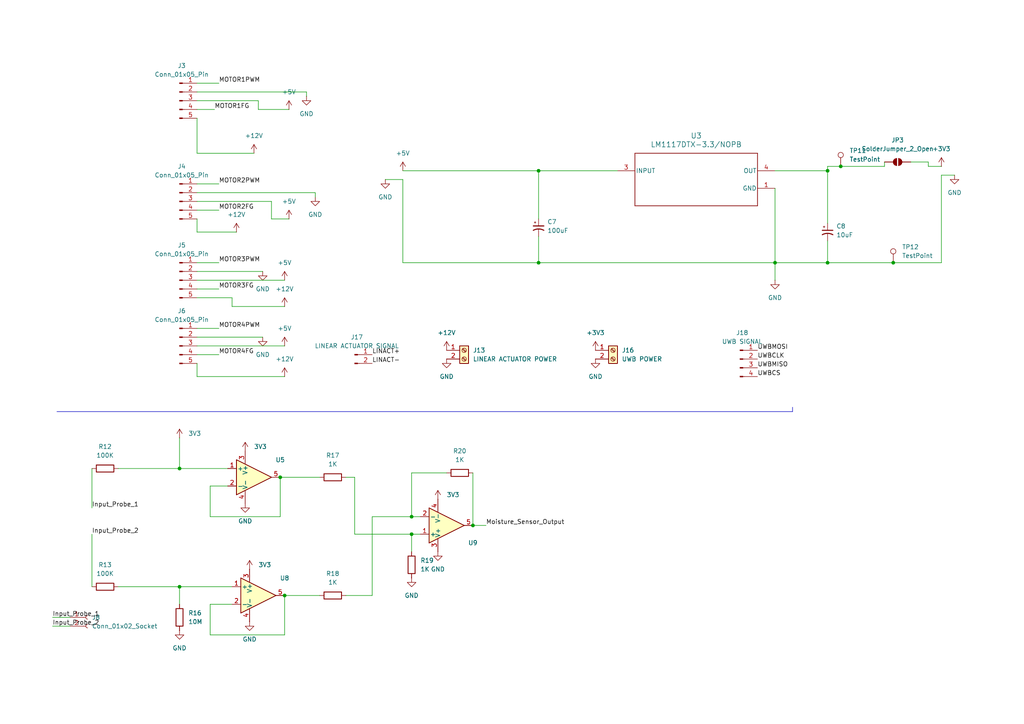
<source format=kicad_sch>
(kicad_sch (version 20231120) (generator "eeschema") (generator_version "8.0")
  (paper "A4")
  (lib_symbols
    (symbol "Connector:Conn_01x02_Pin" (pin_names (offset 1.016) hide)
      (property "Reference" "J" (at 0 2.54 0))
      (property "Value" "Conn_01x02_Pin" (at 0 -5.08 0))
      (symbol "Conn_01x02_Pin_1_1"
        (polyline (pts (xy 1.27 -2.54) (xy 0.8636 -2.54)) (stroke (width 0.1524)))
        (polyline (pts (xy 1.27 0) (xy 0.8636 0)) (stroke (width 0.1524)))
        (rectangle (start 0.8636 -2.413) (end 0 -2.667) (stroke (width 0.1524)) (fill (type outline)))
        (rectangle (start 0.8636 0.127) (end 0 -0.127) (stroke (width 0.1524)) (fill (type outline)))
        (pin passive line (at 5.08 0 180) (length 3.81) (name "Pin_1") (number "1"))
        (pin passive line (at 5.08 -2.54 180) (length 3.81) (name "Pin_2") (number "2"))
      )
    )
    (symbol "Connector:Conn_01x02_Socket" (pin_names (offset 1.016) hide)
      (property "Reference" "J" (at 0 2.54 0))
      (property "Value" "Conn_01x02_Socket" (at 0 -5.08 0))
      (symbol "Conn_01x02_Socket_1_1"
        (arc (start 0 -2.032) (mid -0.5058 -2.54) (end 0 -3.048) (stroke (width 0.1524)))
        (polyline (pts (xy -1.27 -2.54) (xy -0.508 -2.54)) (stroke (width 0.1524)))
        (polyline (pts (xy -1.27 0) (xy -0.508 0)) (stroke (width 0.1524)))
        (arc (start 0 0.508) (mid -0.5058 0) (end 0 -0.508) (stroke (width 0.1524)))
        (pin passive line (at -5.08 0 0) (length 3.81) (name "Pin_1") (number "1"))
        (pin passive line (at -5.08 -2.54 0) (length 3.81) (name "Pin_2") (number "2"))
      )
    )
    (symbol "Connector:Conn_01x04_Pin" (pin_names (offset 1.016) hide)
      (property "Reference" "J" (at 0 5.08 0))
      (property "Value" "Conn_01x04_Pin" (at 0 -7.62 0))
      (symbol "Conn_01x04_Pin_1_1"
        (polyline (pts (xy 1.27 -5.08) (xy 0.8636 -5.08)) (stroke (width 0.1524)))
        (polyline (pts (xy 1.27 -2.54) (xy 0.8636 -2.54)) (stroke (width 0.1524)))
        (polyline (pts (xy 1.27 0) (xy 0.8636 0)) (stroke (width 0.1524)))
        (polyline (pts (xy 1.27 2.54) (xy 0.8636 2.54)) (stroke (width 0.1524)))
        (rectangle (start 0.8636 -4.953) (end 0 -5.207) (stroke (width 0.1524)) (fill (type outline)))
        (rectangle (start 0.8636 -2.413) (end 0 -2.667) (stroke (width 0.1524)) (fill (type outline)))
        (rectangle (start 0.8636 0.127) (end 0 -0.127) (stroke (width 0.1524)) (fill (type outline)))
        (rectangle (start 0.8636 2.667) (end 0 2.413) (stroke (width 0.1524)) (fill (type outline)))
        (pin passive line (at 5.08 2.54 180) (length 3.81) (name "Pin_1") (number "1"))
        (pin passive line (at 5.08 0 180) (length 3.81) (name "Pin_2") (number "2"))
        (pin passive line (at 5.08 -2.54 180) (length 3.81) (name "Pin_3") (number "3"))
        (pin passive line (at 5.08 -5.08 180) (length 3.81) (name "Pin_4") (number "4"))
      )
    )
    (symbol "Connector:Conn_01x05_Pin" (pin_names (offset 1.016) hide)
      (property "Reference" "J" (at 0 7.62 0))
      (property "Value" "Conn_01x05_Pin" (at 0 -7.62 0))
      (symbol "Conn_01x05_Pin_1_1"
        (polyline (pts (xy 1.27 -5.08) (xy 0.8636 -5.08)) (stroke (width 0.1524)))
        (polyline (pts (xy 1.27 -2.54) (xy 0.8636 -2.54)) (stroke (width 0.1524)))
        (polyline (pts (xy 1.27 0) (xy 0.8636 0)) (stroke (width 0.1524)))
        (polyline (pts (xy 1.27 2.54) (xy 0.8636 2.54)) (stroke (width 0.1524)))
        (polyline (pts (xy 1.27 5.08) (xy 0.8636 5.08)) (stroke (width 0.1524)))
        (rectangle (start 0.8636 -4.953) (end 0 -5.207) (stroke (width 0.1524)) (fill (type outline)))
        (rectangle (start 0.8636 -2.413) (end 0 -2.667) (stroke (width 0.1524)) (fill (type outline)))
        (rectangle (start 0.8636 0.127) (end 0 -0.127) (stroke (width 0.1524)) (fill (type outline)))
        (rectangle (start 0.8636 2.667) (end 0 2.413) (stroke (width 0.1524)) (fill (type outline)))
        (rectangle (start 0.8636 5.207) (end 0 4.953) (stroke (width 0.1524)) (fill (type outline)))
        (pin passive line (at 5.08 5.08 180) (length 3.81) (name "Pin_1") (number "1"))
        (pin passive line (at 5.08 2.54 180) (length 3.81) (name "Pin_2") (number "2"))
        (pin passive line (at 5.08 0 180) (length 3.81) (name "Pin_3") (number "3"))
        (pin passive line (at 5.08 -2.54 180) (length 3.81) (name "Pin_4") (number "4"))
        (pin passive line (at 5.08 -5.08 180) (length 3.81) (name "Pin_5") (number "5"))
      )
    )
    (symbol "Connector:Screw_Terminal_01x02" (pin_names (offset 1.016) hide)
      (property "Reference" "J" (at 0 2.54 0))
      (property "Value" "Screw_Terminal_01x02" (at 0 -5.08 0))
      (symbol "Screw_Terminal_01x02_1_1"
        (rectangle (start -1.27 1.27) (end 1.27 -3.81) (stroke (width 0.254)) (fill (type background)))
        (circle (center 0 -2.54) (radius 0.635) (stroke (width 0.1524)))
        (polyline (pts (xy -0.5334 -2.2098) (xy 0.3302 -3.048)) (stroke (width 0.1524)))
        (polyline (pts (xy -0.5334 0.3302) (xy 0.3302 -0.508)) (stroke (width 0.1524)))
        (polyline (pts (xy -0.3556 -2.032) (xy 0.508 -2.8702)) (stroke (width 0.1524)))
        (polyline (pts (xy -0.3556 0.508) (xy 0.508 -0.3302)) (stroke (width 0.1524)))
        (circle (center 0 0) (radius 0.635) (stroke (width 0.1524)))
        (pin passive line (at -5.08 0 0) (length 3.81) (name "Pin_1") (number "1"))
        (pin passive line (at -5.08 -2.54 0) (length 3.81) (name "Pin_2") (number "2"))
      )
    )
    (symbol "Connector:TestPoint" (pin_numbers hide) (pin_names (offset 0.762) hide)
      (property "Reference" "TP" (at 0 6.858 0))
      (property "Value" "TestPoint" (at 0 5.08 0))
      (symbol "TestPoint_0_1"
        (circle (center 0 3.302) (radius 0.762))
      )
      (symbol "TestPoint_1_1"
        (pin passive line (at 0 0 90) (length 2.54) (name "1") (number "1"))
      )
    )
    (symbol "Device:C_Polarized_Small_US" (pin_numbers hide) (pin_names (offset 0.254) hide)
      (property "Reference" "C" (at 0.254 1.778 0))
      (property "Value" "C_Polarized_Small_US" (at 0.254 -2.032 0))
      (symbol "C_Polarized_Small_US_0_1"
        (polyline (pts (xy -1.524 0.508) (xy 1.524 0.508)) (stroke (width 0.3048)))
        (polyline (pts (xy -1.27 1.524) (xy -0.762 1.524)))
        (polyline (pts (xy -1.016 1.27) (xy -1.016 1.778)))
        (arc (start 1.524 -0.762) (mid 0 -0.3734) (end -1.524 -0.762) (stroke (width 0.3048)))
      )
      (symbol "C_Polarized_Small_US_1_1"
        (pin passive line (at 0 2.54 270) (length 2.032) (name "~") (number "1"))
        (pin passive line (at 0 -2.54 90) (length 2.032) (name "~") (number "2"))
      )
    )
    (symbol "Device:R" (pin_numbers hide) (pin_names (offset 0))
      (property "Reference" "R" (at 2.032 0 90))
      (property "Value" "R" (at 0 0 90))
      (symbol "R_0_1"
        (rectangle (start -1.016 -2.54) (end 1.016 2.54) (stroke (width 0.254)))
      )
      (symbol "R_1_1"
        (pin passive line (at 0 3.81 270) (length 1.27) (name "~") (number "1"))
        (pin passive line (at 0 -3.81 90) (length 1.27) (name "~") (number "2"))
      )
    )
    (symbol "Jumper:SolderJumper_2_Open" (pin_numbers hide) (pin_names (offset 0) hide) (exclude_from_sim yes) (in_bom no)
      (property "Reference" "JP" (at 0 2.032 0))
      (property "Value" "SolderJumper_2_Open" (at 0 -2.54 0))
      (symbol "SolderJumper_2_Open_0_1"
        (arc (start -0.254 1.016) (mid -1.2656 0) (end -0.254 -1.016))
        (arc (start -0.254 1.016) (mid -1.2656 0) (end -0.254 -1.016) (fill (type outline)))
        (polyline (pts (xy -0.254 1.016) (xy -0.254 -1.016)))
        (polyline (pts (xy 0.254 1.016) (xy 0.254 -1.016)))
        (arc (start 0.254 -1.016) (mid 1.2656 0) (end 0.254 1.016))
        (arc (start 0.254 -1.016) (mid 1.2656 0) (end 0.254 1.016) (fill (type outline)))
      )
      (symbol "SolderJumper_2_Open_1_1"
        (pin passive line (at -3.81 0 0) (length 2.54) (name "A") (number "1"))
        (pin passive line (at 3.81 0 180) (length 2.54) (name "B") (number "2"))
      )
    )
    (symbol "LM1117:LM1117DTX-3.3_NOPB" (pin_names (offset 0.254))
      (property "Reference" "U" (at 0 2.54 0))
      (property "Value" "LM1117DTX-3.3/NOPB" (at 0 0 0))
      (symbol "LM1117DTX-3.3_NOPB_0_1"
        (polyline (pts (xy -17.78 -7.62) (xy 17.78 -7.62)) (stroke (width 0.2032)))
        (polyline (pts (xy -17.78 7.62) (xy -17.78 -7.62)) (stroke (width 0.2032)))
        (polyline (pts (xy 17.78 -7.62) (xy 17.78 7.62)) (stroke (width 0.2032)))
        (polyline (pts (xy 17.78 7.62) (xy -17.78 7.62)) (stroke (width 0.2032)))
        (pin power_in line (at 22.86 -2.54 180) (length 5.08) (name "GND") (number "1"))
        (pin power_in line (at -22.86 2.54 0) (length 5.08) (name "INPUT") (number "3"))
        (pin power_in line (at 22.86 2.54 180) (length 5.08) (name "OUT") (number "4"))
      )
    )
    (symbol "Simulation_SPICE:OPAMP" (pin_names (offset 0.254))
      (property "Reference" "U" (at 3.81 3.175 0))
      (property "Value" "${SIM.PARAMS}" (at 3.81 -3.175 0))
      (symbol "OPAMP_0_1"
        (polyline (pts (xy 5.08 0) (xy -5.08 5.08) (xy -5.08 -5.08) (xy 5.08 0)) (stroke (width 0.254)) (fill (type background)))
      )
      (symbol "OPAMP_1_1"
        (pin input line (at -7.62 2.54 0) (length 2.54) (name "+") (number "1"))
        (pin input line (at -7.62 -2.54 0) (length 2.54) (name "-") (number "2"))
        (pin power_in line (at -2.54 7.62 270) (length 3.81) (name "V+") (number "3"))
        (pin power_in line (at -2.54 -7.62 90) (length 3.81) (name "V-") (number "4"))
        (pin output line (at 7.62 0 180) (length 2.54) (name "~") (number "5"))
      )
    )
    (symbol "power:+12V" (power) (pin_numbers hide) (pin_names (offset 0) hide)
      (property "Value" "+12V" (at 0 3.556 0))
      (symbol "+12V_0_1"
        (polyline (pts (xy -0.762 1.27) (xy 0 2.54)))
        (polyline (pts (xy 0 0) (xy 0 2.54)))
        (polyline (pts (xy 0 2.54) (xy 0.762 1.27)))
      )
      (symbol "+12V_1_1"
        (pin power_in line (at 0 0 90) (length 0) (name "~") (number "1"))
      )
    )
    (symbol "power:+3V3" (power) (pin_numbers hide) (pin_names (offset 0) hide)
      (property "Value" "+3V3" (at 0 3.556 0))
      (symbol "+3V3_0_1"
        (polyline (pts (xy -0.762 1.27) (xy 0 2.54)))
        (polyline (pts (xy 0 0) (xy 0 2.54)))
        (polyline (pts (xy 0 2.54) (xy 0.762 1.27)))
      )
      (symbol "+3V3_1_1"
        (pin power_in line (at 0 0 90) (length 0) (name "~") (number "1"))
      )
    )
    (symbol "power:+5V" (power) (pin_numbers hide) (pin_names (offset 0) hide)
      (property "Value" "+5V" (at 0 3.556 0))
      (symbol "+5V_0_1"
        (polyline (pts (xy -0.762 1.27) (xy 0 2.54)))
        (polyline (pts (xy 0 0) (xy 0 2.54)))
        (polyline (pts (xy 0 2.54) (xy 0.762 1.27)))
      )
      (symbol "+5V_1_1"
        (pin power_in line (at 0 0 90) (length 0) (name "~") (number "1"))
      )
    )
    (symbol "power:GND" (power) (pin_numbers hide) (pin_names (offset 0) hide)
      (property "Value" "GND" (at 0 -3.81 0))
      (symbol "GND_0_1"
        (polyline (pts (xy 0 0) (xy 0 -1.27) (xy 1.27 -1.27) (xy 0 -2.54) (xy -1.27 -1.27) (xy 0 -1.27)))
      )
      (symbol "GND_1_1"
        (pin power_in line (at 0 0 270) (length 0) (name "~") (number "1"))
      )
    )
    (symbol "power:VCC" (power) (pin_numbers hide) (pin_names (offset 0) hide)
      (property "Value" "VCC" (at 0 3.556 0))
      (symbol "VCC_0_1"
        (polyline (pts (xy -0.762 1.27) (xy 0 2.54)))
        (polyline (pts (xy 0 0) (xy 0 2.54)))
        (polyline (pts (xy 0 2.54) (xy 0.762 1.27)))
      )
      (symbol "VCC_1_1"
        (pin power_in line (at 0 0 90) (length 0) (name "~") (number "1"))
      )
    )
  )
  (junction (at 81.28 138.43))
  (junction (at 137.16 152.4))
  (junction (at 119.38 154.94))
  (junction (at 259.08 76.2))
  (junction (at 119.38 149.86))
  (junction (at 224.79 76.2))
  (junction (at 82.55 172.72))
  (junction (at 240.03 49.53))
  (junction (at 156.21 76.2))
  (junction (at 52.07 135.89))
  (junction (at 156.21 49.53))
  (junction (at 240.03 76.2))
  (junction (at 243.84 48.26))
  (junction (at 52.07 170.18))
  (wire (pts (xy 240.03 76.2) (xy 224.79 76.2)))
  (wire (pts (xy 57.15 26.67) (xy 88.9 26.67)))
  (wire (pts (xy 34.29 170.18) (xy 52.07 170.18)))
  (wire (pts (xy 116.84 52.07) (xy 116.84 76.2)))
  (wire (pts (xy 179.07 49.53) (xy 156.21 49.53)))
  (wire (pts (xy 273.05 50.8) (xy 276.86 50.8)))
  (wire (pts (xy 156.21 68.58) (xy 156.21 76.2)))
  (wire (pts (xy 60.96 184.15) (xy 82.55 184.15)))
  (wire (pts (xy 57.15 109.22) (xy 82.55 109.22)))
  (wire (pts (xy 156.21 49.53) (xy 156.21 63.5)))
  (wire (pts (xy 60.96 149.86) (xy 81.28 149.86)))
  (wire (pts (xy 119.38 149.86) (xy 121.92 149.86)))
  (wire (pts (xy 52.07 135.89) (xy 66.04 135.89)))
  (wire (pts (xy 240.03 49.53) (xy 240.03 64.77)))
  (wire (pts (xy 81.28 138.43) (xy 81.28 149.86)))
  (wire (pts (xy 15.24 179.07) (xy 20.32 179.07)))
  (wire (pts (xy 67.31 88.9) (xy 82.55 88.9)))
  (wire (pts (xy 88.9 26.67) (xy 88.9 27.94)))
  (wire (pts (xy 52.07 127) (xy 52.07 135.89)))
  (wire (pts (xy 57.15 58.42) (xy 78.74 58.42)))
  (wire (pts (xy 224.79 76.2) (xy 224.79 81.28)))
  (wire (pts (xy 15.24 181.61) (xy 20.32 181.61)))
  (wire (pts (xy 57.15 95.25) (xy 63.5 95.25)))
  (wire (pts (xy 57.15 31.75) (xy 62.23 31.75)))
  (wire (pts (xy 240.03 69.85) (xy 240.03 76.2)))
  (wire (pts (xy 119.38 154.94) (xy 119.38 160.02)))
  (wire (pts (xy 78.74 58.42) (xy 78.74 63.5)))
  (wire (pts (xy 137.16 137.16) (xy 137.16 152.4)))
  (wire (pts (xy 81.28 138.43) (xy 92.71 138.43)))
  (wire (pts (xy 273.05 50.8) (xy 273.05 76.2)))
  (wire (pts (xy 57.15 53.34) (xy 63.5 53.34)))
  (wire (pts (xy 57.15 55.88) (xy 91.44 55.88)))
  (wire (pts (xy 57.15 100.33) (xy 82.55 100.33)))
  (wire (pts (xy 269.24 46.99) (xy 269.24 48.26)))
  (wire (pts (xy 57.15 81.28) (xy 82.55 81.28)))
  (wire (pts (xy 57.15 83.82) (xy 63.5 83.82)))
  (polyline (pts (xy 16.51 119.38) (xy 229.87 119.38)))
  (wire (pts (xy 107.95 172.72) (xy 107.95 149.86)))
  (wire (pts (xy 57.15 34.29) (xy 57.15 44.45)))
  (wire (pts (xy 57.15 76.2) (xy 63.5 76.2)))
  (polyline (pts (xy 229.87 118.11) (xy 229.87 119.38)))
  (wire (pts (xy 57.15 78.74) (xy 76.2 78.74)))
  (wire (pts (xy 259.08 76.2) (xy 240.03 76.2)))
  (wire (pts (xy 67.31 86.36) (xy 67.31 88.9)))
  (wire (pts (xy 240.03 48.26) (xy 240.03 49.53)))
  (wire (pts (xy 100.33 172.72) (xy 107.95 172.72)))
  (wire (pts (xy 107.95 149.86) (xy 119.38 149.86)))
  (wire (pts (xy 100.33 138.43) (xy 102.87 138.43)))
  (wire (pts (xy 52.07 170.18) (xy 52.07 175.26)))
  (wire (pts (xy 91.44 55.88) (xy 91.44 57.15)))
  (wire (pts (xy 57.15 105.41) (xy 57.15 109.22)))
  (wire (pts (xy 224.79 54.61) (xy 224.79 76.2)))
  (wire (pts (xy 102.87 138.43) (xy 102.87 154.94)))
  (wire (pts (xy 57.15 63.5) (xy 57.15 67.31)))
  (wire (pts (xy 156.21 76.2) (xy 224.79 76.2)))
  (wire (pts (xy 52.07 170.18) (xy 67.31 170.18)))
  (wire (pts (xy 224.79 49.53) (xy 240.03 49.53)))
  (wire (pts (xy 137.16 152.4) (xy 140.97 152.4)))
  (wire (pts (xy 57.15 86.36) (xy 67.31 86.36)))
  (wire (pts (xy 129.54 137.16) (xy 119.38 137.16)))
  (wire (pts (xy 60.96 175.26) (xy 60.96 184.15)))
  (wire (pts (xy 67.31 175.26) (xy 60.96 175.26)))
  (wire (pts (xy 240.03 48.26) (xy 243.84 48.26)))
  (wire (pts (xy 116.84 76.2) (xy 156.21 76.2)))
  (wire (pts (xy 26.67 135.89) (xy 26.67 147.32)))
  (wire (pts (xy 57.15 67.31) (xy 68.58 67.31)))
  (wire (pts (xy 57.15 102.87) (xy 63.5 102.87)))
  (wire (pts (xy 74.93 31.75) (xy 74.93 29.21)))
  (wire (pts (xy 243.84 48.26) (xy 256.54 48.26)))
  (wire (pts (xy 116.84 49.53) (xy 156.21 49.53)))
  (wire (pts (xy 57.15 60.96) (xy 63.5 60.96)))
  (wire (pts (xy 256.54 48.26) (xy 256.54 46.99)))
  (wire (pts (xy 111.76 52.07) (xy 116.84 52.07)))
  (wire (pts (xy 57.15 97.79) (xy 76.2 97.79)))
  (wire (pts (xy 60.96 140.97) (xy 60.96 149.86)))
  (wire (pts (xy 26.67 154.94) (xy 26.67 170.18)))
  (wire (pts (xy 34.29 135.89) (xy 52.07 135.89)))
  (wire (pts (xy 119.38 137.16) (xy 119.38 149.86)))
  (wire (pts (xy 74.93 29.21) (xy 57.15 29.21)))
  (wire (pts (xy 119.38 154.94) (xy 121.92 154.94)))
  (wire (pts (xy 66.04 140.97) (xy 60.96 140.97)))
  (wire (pts (xy 57.15 44.45) (xy 73.66 44.45)))
  (wire (pts (xy 264.16 46.99) (xy 269.24 46.99)))
  (wire (pts (xy 82.55 184.15) (xy 82.55 172.72)))
  (wire (pts (xy 57.15 24.13) (xy 63.5 24.13)))
  (wire (pts (xy 82.55 172.72) (xy 92.71 172.72)))
  (wire (pts (xy 102.87 154.94) (xy 119.38 154.94)))
  (wire (pts (xy 273.05 76.2) (xy 259.08 76.2)))
  (wire (pts (xy 78.74 63.5) (xy 83.82 63.5)))
  (wire (pts (xy 269.24 48.26) (xy 273.05 48.26)))
  (wire (pts (xy 83.82 31.75) (xy 74.93 31.75)))
  (label "MOTOR3PWM" (at 63.5 76.2 0))
  (label "UWBMISO" (at 219.71 106.68 0))
  (label "Input_Probe_1" (at 15.24 179.07 0))
  (label "MOTOR2PWM" (at 63.5 53.34 0))
  (label "LINACT+" (at 107.95 102.87 0))
  (label "MOTOR4FG" (at 63.5 102.87 0))
  (label "MOTOR1PWM" (at 63.5 24.13 0))
  (label "MOTOR3FG" (at 63.5 83.82 0))
  (label "Moisture_Sensor_Output" (at 140.97 152.4 0))
  (label "MOTOR1FG" (at 62.23 31.75 0))
  (label "MOTOR2FG" (at 63.5 60.96 0))
  (label "Input_Probe_1" (at 26.67 147.32 0))
  (label "Input_Probe_2" (at 15.24 181.61 0))
  (label "UWBMOSI" (at 219.71 101.6 0))
  (label "Input_Probe_2" (at 26.67 154.94 0))
  (label "UWBCS" (at 219.71 109.22 0))
  (label "UWBCLK" (at 219.71 104.14 0))
  (label "LINACT-" (at 107.95 105.41 0))
  (label "MOTOR4PWM" (at 63.5 95.25 0))
  (symbol (lib_id "Connector:Conn_01x02_Pin") (at 102.87 102.87 0) (unit 1)
    (property "Reference" "J17" (at 103.505 97.79 0))
    (property "Value" "LINEAR ACTUATOR SIGNAL" (at 103.505 100.33 0))
    (property "Footprint" "TerminalBlock_Phoenix:TerminalBlock_Phoenix_MKDS-1,5-2-5.08_1x02_P5.08mm_Horizontal" (effects (hide yes)))
    (property "Description" "Generic connector, single row, 01x02, script generated" (effects (hide yes)))
  )
  (symbol (lib_id "power:+12V") (at 82.55 81.28 0) (unit 1)
    (property "Reference" "#PWR029" (effects (hide yes)))
    (property "Value" "+5V" (at 82.55 76.2 0))
    (property "Description" "Power symbol creates a global label with name \"+12V\"" (effects (hide yes)))
  )
  (symbol (lib_id "Connector:TestPoint") (at 243.84 48.26 0) (unit 1)
    (property "Reference" "TP11" (at 246.38 43.6879 0) (effects (justify left)))
    (property "Value" "TestPoint" (at 246.38 46.2279 0) (effects (justify left)))
    (property "Footprint" "TestPoint:TestPoint_Pad_2.5x2.5mm" (effects (hide yes)))
    (property "Description" "test point" (effects (hide yes)))
  )
  (symbol (lib_id "Simulation_SPICE:OPAMP") (at 74.93 172.72 0) (unit 1)
    (property "Reference" "U8" (at 82.55 167.6714 0))
    (property "Value" "${SIM.PARAMS}" (at 82.55 169.5765 0))
    (property "Footprint" "LM358P:P8" (effects (hide yes)))
    (property "Datasheet" "https://ngspice.sourceforge.io/docs/ngspice-html-manual/manual.xhtml#sec__SUBCKT_Subcircuits" (effects (hide yes)))
    (property "Description" "Operational amplifier, single, node sequence=1:+ 2:- 3:OUT 4:V+ 5:V-" (effects (hide yes)))
    (property "Sim.Pins" "1=in+ 2=in- 3=vcc 4=vee 5=out" (effects (hide yes)))
    (property "Sim.Device" "SUBCKT" (effects (hide yes)))
    (property "Sim.Library" "${KICAD7_SYMBOL_DIR}/Simulation_SPICE.sp" (effects (hide yes)))
    (property "Sim.Name" "kicad_builtin_opamp" (effects (hide yes)))
  )
  (symbol (lib_id "Device:R") (at 119.38 163.83 180) (unit 1)
    (property "Reference" "R19" (at 121.92 162.5599 0) (effects (justify right)))
    (property "Value" "1K" (at 121.92 165.0999 0) (effects (justify right)))
    (property "Footprint" "Resistor_SMD:R_0805_2012Metric_Pad1.20x1.40mm_HandSolder" (effects (hide yes)))
    (property "Description" "Resistor" (effects (hide yes)))
  )
  (symbol (lib_id "Device:R") (at 52.07 179.07 180) (unit 1)
    (property "Reference" "R16" (at 54.61 177.7999 0) (effects (justify right)))
    (property "Value" "10M" (at 54.61 180.3399 0) (effects (justify right)))
    (property "Footprint" "Resistor_SMD:R_0805_2012Metric_Pad1.20x1.40mm_HandSolder" (effects (hide yes)))
    (property "Description" "Resistor" (effects (hide yes)))
  )
  (symbol (lib_id "Device:R") (at 30.48 135.89 90) (unit 1)
    (property "Reference" "R12" (at 30.48 129.54 90))
    (property "Value" "100K" (at 30.48 132.08 90))
    (property "Footprint" "Resistor_SMD:R_0805_2012Metric_Pad1.20x1.40mm_HandSolder" (effects (hide yes)))
    (property "Description" "Resistor" (effects (hide yes)))
  )
  (symbol (lib_id "power:GND") (at 224.79 81.28 0) (unit 1)
    (property "Reference" "#PWR037" (effects (hide yes)))
    (property "Value" "GND" (at 224.79 86.36 0))
    (property "Description" "Power symbol creates a global label with name \"GND\" , ground" (effects (hide yes)))
  )
  (symbol (lib_id "power:GND") (at 119.38 167.64 0) (unit 1)
    (property "Reference" "#PWR064" (effects (hide yes)))
    (property "Value" "GND" (at 119.38 172.72 0))
    (property "Description" "Power symbol creates a global label with name \"GND\" , ground" (effects (hide yes)))
  )
  (symbol (lib_id "Connector:Conn_01x05_Pin") (at 52.07 100.33 0) (unit 1)
    (property "Reference" "J6" (at 52.705 90.17 0))
    (property "Value" "Conn_01x05_Pin" (at 52.705 92.71 0))
    (property "Footprint" "TerminalBlock_Phoenix:TerminalBlock_Phoenix_MKDS-1,5-5-5.08_1x05_P5.08mm_Horizontal" (effects (hide yes)))
    (property "Description" "Generic connector, single row, 01x05, script generated" (effects (hide yes)))
  )
  (symbol (lib_id "power:GND") (at 72.39 180.34 0) (unit 1)
    (property "Reference" "#PWR063" (effects (hide yes)))
    (property "Value" "GND" (at 72.39 185.42 0))
    (property "Description" "Power symbol creates a global label with name \"GND\" , ground" (effects (hide yes)))
  )
  (symbol (lib_id "power:VCC") (at 72.39 165.1 0) (unit 1)
    (property "Reference" "#PWR062" (effects (hide yes)))
    (property "Value" "3V3" (at 74.93 163.8299 0) (effects (justify left)))
    (property "Description" "Power symbol creates a global label with name \"VCC\"" (effects (hide yes)))
  )
  (symbol (lib_id "Connector:Conn_01x04_Pin") (at 214.63 104.14 0) (unit 1)
    (property "Reference" "J18" (at 215.265 96.52 0))
    (property "Value" "UWB SIGNAL" (at 215.265 99.06 0))
    (property "Footprint" "TerminalBlock_Phoenix:TerminalBlock_Phoenix_MKDS-1,5-4-5.08_1x04_P5.08mm_Horizontal" (effects (hide yes)))
    (property "Description" "Generic connector, single row, 01x04, script generated" (effects (hide yes)))
  )
  (symbol (lib_id "Connector:Conn_01x05_Pin") (at 52.07 81.28 0) (unit 1)
    (property "Reference" "J5" (at 52.705 71.12 0))
    (property "Value" "Conn_01x05_Pin" (at 52.705 73.66 0))
    (property "Footprint" "TerminalBlock_Phoenix:TerminalBlock_Phoenix_MKDS-1,5-5-5.08_1x05_P5.08mm_Horizontal" (effects (hide yes)))
    (property "Description" "Generic connector, single row, 01x05, script generated" (effects (hide yes)))
  )
  (symbol (lib_id "Connector:Screw_Terminal_01x02") (at 134.62 101.6 0) (unit 1)
    (property "Reference" "J13" (at 137.16 101.5999 0) (effects (justify left)))
    (property "Value" "LINEAR ACTUATOR POWER" (at 137.16 104.1399 0) (effects (justify left)))
    (property "Footprint" "TerminalBlock_Phoenix:TerminalBlock_Phoenix_MKDS-1,5-2-5.08_1x02_P5.08mm_Horizontal" (effects (hide yes)))
    (property "Description" "Generic screw terminal, single row, 01x02, script generated (kicad-library-utils/schlib/autogen/connector/)" (effects (hide yes)))
  )
  (symbol (lib_id "Device:R") (at 96.52 172.72 90) (unit 1)
    (property "Reference" "R18" (at 96.52 166.37 90))
    (property "Value" "1K" (at 96.52 168.91 90))
    (property "Footprint" "Resistor_SMD:R_0805_2012Metric_Pad1.20x1.40mm_HandSolder" (effects (hide yes)))
    (property "Description" "Resistor" (effects (hide yes)))
  )
  (symbol (lib_id "power:+12V") (at 82.55 100.33 0) (unit 1)
    (property "Reference" "#PWR031" (effects (hide yes)))
    (property "Value" "+5V" (at 82.55 95.25 0))
    (property "Description" "Power symbol creates a global label with name \"+12V\"" (effects (hide yes)))
  )
  (symbol (lib_id "power:+12V") (at 68.58 67.31 0) (unit 1)
    (property "Reference" "#PWR025" (effects (hide yes)))
    (property "Value" "+12V" (at 68.58 62.23 0))
    (property "Description" "Power symbol creates a global label with name \"+12V\"" (effects (hide yes)))
  )
  (symbol (lib_id "Device:R") (at 96.52 138.43 90) (unit 1)
    (property "Reference" "R17" (at 96.52 132.08 90))
    (property "Value" "1K" (at 96.52 134.62 90))
    (property "Footprint" "Resistor_SMD:R_0805_2012Metric_Pad1.20x1.40mm_HandSolder" (effects (hide yes)))
    (property "Description" "Resistor" (effects (hide yes)))
  )
  (symbol (lib_id "power:GND") (at 111.76 52.07 0) (unit 1)
    (property "Reference" "#PWR046" (effects (hide yes)))
    (property "Value" "GND" (at 111.76 57.15 0))
    (property "Description" "Power symbol creates a global label with name \"GND\" , ground" (effects (hide yes)))
  )
  (symbol (lib_id "Connector:Conn_01x05_Pin") (at 52.07 58.42 0) (unit 1)
    (property "Reference" "J4" (at 52.705 48.26 0))
    (property "Value" "Conn_01x05_Pin" (at 52.705 50.8 0))
    (property "Footprint" "TerminalBlock_Phoenix:TerminalBlock_Phoenix_MKDS-1,5-5-5.08_1x05_P5.08mm_Horizontal" (effects (hide yes)))
    (property "Description" "Generic connector, single row, 01x05, script generated" (effects (hide yes)))
  )
  (symbol (lib_id "power:+3V3") (at 172.72 101.6 0) (unit 1)
    (property "Reference" "#PWR040" (effects (hide yes)))
    (property "Value" "+3V3" (at 172.72 96.52 0))
    (property "Description" "Power symbol creates a global label with name \"+3V3\"" (effects (hide yes)))
  )
  (symbol (lib_id "Device:R") (at 133.35 137.16 90) (unit 1)
    (property "Reference" "R20" (at 133.35 130.81 90))
    (property "Value" "1K" (at 133.35 133.35 90))
    (property "Footprint" "Resistor_SMD:R_0805_2012Metric_Pad1.20x1.40mm_HandSolder" (effects (hide yes)))
    (property "Description" "Resistor" (effects (hide yes)))
  )
  (symbol (lib_id "Device:C_Polarized_Small_US") (at 156.21 66.04 0) (unit 1)
    (property "Reference" "C7" (at 158.75 64.3381 0) (effects (justify left)))
    (property "Value" "100uF" (at 158.75 66.8781 0) (effects (justify left)))
    (property "Footprint" "Capacitor_SMD:C_0805_2012Metric_Pad1.18x1.45mm_HandSolder" (effects (hide yes)))
    (property "Description" "Polarized capacitor, small US symbol" (effects (hide yes)))
  )
  (symbol (lib_id "power:GND") (at 129.54 104.14 0) (unit 1)
    (property "Reference" "#PWR015" (effects (hide yes)))
    (property "Value" "GND" (at 129.54 109.22 0))
    (property "Description" "Power symbol creates a global label with name \"GND\" , ground" (effects (hide yes)))
  )
  (symbol (lib_id "power:GND") (at 91.44 57.15 0) (unit 1)
    (property "Reference" "#PWR036" (effects (hide yes)))
    (property "Value" "GND" (at 91.44 62.23 0))
    (property "Description" "Power symbol creates a global label with name \"GND\" , ground" (effects (hide yes)))
  )
  (symbol (lib_id "power:GND") (at 127 160.02 0) (unit 1)
    (property "Reference" "#PWR066" (effects (hide yes)))
    (property "Value" "GND" (at 127 165.1 0))
    (property "Description" "Power symbol creates a global label with name \"GND\" , ground" (effects (hide yes)))
  )
  (symbol (lib_id "Device:C_Polarized_Small_US") (at 240.03 67.31 0) (unit 1)
    (property "Reference" "C8" (at 242.57 65.6081 0) (effects (justify left)))
    (property "Value" "10uF" (at 242.57 68.1481 0) (effects (justify left)))
    (property "Footprint" "Capacitor_SMD:C_0805_2012Metric_Pad1.18x1.45mm_HandSolder" (effects (hide yes)))
    (property "Description" "Polarized capacitor, small US symbol" (effects (hide yes)))
  )
  (symbol (lib_id "power:+5V") (at 83.82 31.75 0) (unit 1)
    (property "Reference" "#PWR033" (effects (hide yes)))
    (property "Value" "+5V" (at 83.82 26.67 0))
    (property "Description" "Power symbol creates a global label with name \"+5V\"" (effects (hide yes)))
  )
  (symbol (lib_id "power:GND") (at 71.12 146.05 0) (unit 1)
    (property "Reference" "#PWR061" (effects (hide yes)))
    (property "Value" "GND" (at 71.12 151.13 0))
    (property "Description" "Power symbol creates a global label with name \"GND\" , ground" (effects (hide yes)))
  )
  (symbol (lib_id "Simulation_SPICE:OPAMP") (at 129.54 152.4 0) (mirror x) (unit 1)
    (property "Reference" "U9" (at 137.16 157.4486 0))
    (property "Value" "${SIM.PARAMS}" (at 137.16 155.5435 0))
    (property "Footprint" "LM358P:P8" (effects (hide yes)))
    (property "Datasheet" "https://ngspice.sourceforge.io/docs/ngspice-html-manual/manual.xhtml#sec__SUBCKT_Subcircuits" (effects (hide yes)))
    (property "Description" "Operational amplifier, single, node sequence=1:+ 2:- 3:OUT 4:V+ 5:V-" (effects (hide yes)))
    (property "Sim.Pins" "1=in+ 2=in- 3=vcc 4=vee 5=out" (effects (hide yes)))
    (property "Sim.Device" "SUBCKT" (effects (hide yes)))
    (property "Sim.Library" "${KICAD7_SYMBOL_DIR}/Simulation_SPICE.sp" (effects (hide yes)))
    (property "Sim.Name" "kicad_builtin_opamp" (effects (hide yes)))
  )
  (symbol (lib_id "LM1117:LM1117DTX-3.3_NOPB") (at 201.93 52.07 0) (unit 1)
    (property "Reference" "U3" (at 201.93 39.37 0) (effects (font (size 1.524 1.524))))
    (property "Value" "LM1117DTX-3.3/NOPB" (at 201.93 41.91 0) (effects (font (size 1.524 1.524))))
    (property "Footprint" "LM1173.3:NDP0003B" (effects (hide yes)))
    (property "Datasheet" "LM1117DTX-3.3/NOPB" (effects (hide yes)))
  )
  (symbol (lib_id "Simulation_SPICE:OPAMP") (at 73.66 138.43 0) (unit 1)
    (property "Reference" "U5" (at 81.28 133.3814 0))
    (property "Value" "${SIM.PARAMS}" (at 81.28 135.2865 0))
    (property "Footprint" "LM358P:P8" (effects (hide yes)))
    (property "Datasheet" "https://ngspice.sourceforge.io/docs/ngspice-html-manual/manual.xhtml#sec__SUBCKT_Subcircuits" (effects (hide yes)))
    (property "Description" "Operational amplifier, single, node sequence=1:+ 2:- 3:OUT 4:V+ 5:V-" (effects (hide yes)))
    (property "Sim.Pins" "1=in+ 2=in- 3=vcc 4=vee 5=out" (effects (hide yes)))
    (property "Sim.Device" "SUBCKT" (effects (hide yes)))
    (property "Sim.Library" "${KICAD7_SYMBOL_DIR}/Simulation_SPICE.sp" (effects (hide yes)))
    (property "Sim.Name" "kicad_builtin_opamp" (effects (hide yes)))
  )
  (symbol (lib_id "power:GND") (at 52.07 182.88 0) (unit 1)
    (property "Reference" "#PWR049" (effects (hide yes)))
    (property "Value" "GND" (at 52.07 187.96 0))
    (property "Description" "Power symbol creates a global label with name \"GND\" , ground" (effects (hide yes)))
  )
  (symbol (lib_id "Connector:Conn_01x02_Socket") (at 25.4 179.07 0) (unit 1)
    (property "Reference" "J8" (at 26.67 179.0699 0) (effects (justify left)))
    (property "Value" "Conn_01x02_Socket" (at 26.67 181.6099 0) (effects (justify left)))
    (property "Footprint" "TerminalBlock_Phoenix:TerminalBlock_Phoenix_MKDS-1,5-2-5.08_1x02_P5.08mm_Horizontal" (effects (hide yes)))
    (property "Description" "Generic connector, single row, 01x02, script generated" (effects (hide yes)))
  )
  (symbol (lib_id "power:GND") (at 276.86 50.8 0) (unit 1)
    (property "Reference" "#PWR047" (effects (hide yes)))
    (property "Value" "GND" (at 276.86 55.88 0))
    (property "Description" "Power symbol creates a global label with name \"GND\" , ground" (effects (hide yes)))
  )
  (symbol (lib_id "power:VCC") (at 127 144.78 0) (unit 1)
    (property "Reference" "#PWR065" (effects (hide yes)))
    (property "Value" "3V3" (at 129.54 143.5099 0) (effects (justify left)))
    (property "Description" "Power symbol creates a global label with name \"VCC\"" (effects (hide yes)))
  )
  (symbol (lib_id "power:GND") (at 172.72 104.14 0) (unit 1)
    (property "Reference" "#PWR039" (effects (hide yes)))
    (property "Value" "GND" (at 172.72 109.22 0))
    (property "Description" "Power symbol creates a global label with name \"GND\" , ground" (effects (hide yes)))
  )
  (symbol (lib_id "power:VCC") (at 52.07 127 0) (unit 1)
    (property "Reference" "#PWR048" (effects (hide yes)))
    (property "Value" "3V3" (at 54.61 125.7299 0) (effects (justify left)))
    (property "Description" "Power symbol creates a global label with name \"VCC\"" (effects (hide yes)))
  )
  (symbol (lib_id "power:VCC") (at 71.12 130.81 0) (unit 1)
    (property "Reference" "#PWR060" (effects (hide yes)))
    (property "Value" "3V3" (at 73.66 129.5399 0) (effects (justify left)))
    (property "Description" "Power symbol creates a global label with name \"VCC\"" (effects (hide yes)))
  )
  (symbol (lib_id "power:+12V") (at 83.82 63.5 0) (unit 1)
    (property "Reference" "#PWR034" (effects (hide yes)))
    (property "Value" "+5V" (at 83.82 58.42 0))
    (property "Description" "Power symbol creates a global label with name \"+12V\"" (effects (hide yes)))
  )
  (symbol (lib_id "power:+12V") (at 129.54 101.6 0) (unit 1)
    (property "Reference" "#PWR038" (effects (hide yes)))
    (property "Value" "+12V" (at 129.54 96.52 0))
    (property "Description" "Power symbol creates a global label with name \"+12V\"" (effects (hide yes)))
  )
  (symbol (lib_id "power:+3V3") (at 273.05 48.26 0) (unit 1)
    (property "Reference" "#PWR053" (effects (hide yes)))
    (property "Value" "+3V3" (at 273.05 43.18 0))
    (property "Description" "Power symbol creates a global label with name \"+3V3\"" (effects (hide yes)))
  )
  (symbol (lib_id "power:+12V") (at 73.66 44.45 0) (unit 1)
    (property "Reference" "#PWR026" (effects (hide yes)))
    (property "Value" "+12V" (at 73.66 39.37 0))
    (property "Description" "Power symbol creates a global label with name \"+12V\"" (effects (hide yes)))
  )
  (symbol (lib_id "Connector:Conn_01x05_Pin") (at 52.07 29.21 0) (unit 1)
    (property "Reference" "J3" (at 52.705 19.05 0))
    (property "Value" "Conn_01x05_Pin" (at 52.705 21.59 0))
    (property "Footprint" "TerminalBlock_Phoenix:TerminalBlock_Phoenix_MKDS-1,5-5-5.08_1x05_P5.08mm_Horizontal" (effects (hide yes)))
    (property "Description" "Generic connector, single row, 01x05, script generated" (effects (hide yes)))
  )
  (symbol (lib_id "power:GND") (at 88.9 27.94 0) (unit 1)
    (property "Reference" "#PWR035" (effects (hide yes)))
    (property "Value" "GND" (at 88.9 33.02 0))
    (property "Description" "Power symbol creates a global label with name \"GND\" , ground" (effects (hide yes)))
  )
  (symbol (lib_id "power:+12V") (at 82.55 88.9 0) (unit 1)
    (property "Reference" "#PWR030" (effects (hide yes)))
    (property "Value" "+12V" (at 82.55 83.82 0))
    (property "Description" "Power symbol creates a global label with name \"+12V\"" (effects (hide yes)))
  )
  (symbol (lib_id "Jumper:SolderJumper_2_Open") (at 260.35 46.99 0) (unit 1) (exclude_from_sim yes) (in_bom no)
    (property "Reference" "JP3" (at 260.35 40.64 0))
    (property "Value" "SolderJumper_2_Open" (at 260.35 43.18 0))
    (property "Footprint" "Jumper:SolderJumper-2_P1.3mm_Open_RoundedPad1.0x1.5mm" (effects (hide yes)))
    (property "Description" "Solder Jumper, 2-pole, open" (effects (hide yes)))
  )
  (symbol (lib_id "Connector:Screw_Terminal_01x02") (at 177.8 101.6 0) (unit 1)
    (property "Reference" "J16" (at 180.34 101.5999 0) (effects (justify left)))
    (property "Value" "UWB POWER" (at 180.34 104.1399 0) (effects (justify left)))
    (property "Footprint" "TerminalBlock_Phoenix:TerminalBlock_Phoenix_MKDS-1,5-2-5.08_1x02_P5.08mm_Horizontal" (effects (hide yes)))
    (property "Description" "Generic screw terminal, single row, 01x02, script generated (kicad-library-utils/schlib/autogen/connector/)" (effects (hide yes)))
  )
  (symbol (lib_id "Device:R") (at 30.48 170.18 90) (unit 1)
    (property "Reference" "R13" (at 30.48 163.83 90))
    (property "Value" "100K" (at 30.48 166.37 90))
    (property "Footprint" "Resistor_SMD:R_0805_2012Metric_Pad1.20x1.40mm_HandSolder" (effects (hide yes)))
    (property "Description" "Resistor" (effects (hide yes)))
  )
  (symbol (lib_id "power:GND") (at 76.2 97.79 0) (unit 1)
    (property "Reference" "#PWR028" (effects (hide yes)))
    (property "Value" "GND" (at 76.2 102.87 0))
    (property "Description" "Power symbol creates a global label with name \"GND\" , ground" (effects (hide yes)))
  )
  (symbol (lib_id "power:+5V") (at 116.84 49.53 0) (unit 1)
    (property "Reference" "#PWR052" (effects (hide yes)))
    (property "Value" "+5V" (at 116.84 44.45 0))
    (property "Description" "Power symbol creates a global label with name \"+5V\"" (effects (hide yes)))
  )
  (symbol (lib_id "power:GND") (at 76.2 78.74 0) (unit 1)
    (property "Reference" "#PWR027" (effects (hide yes)))
    (property "Value" "GND" (at 76.2 83.82 0))
    (property "Description" "Power symbol creates a global label with name \"GND\" , ground" (effects (hide yes)))
  )
  (symbol (lib_id "power:+12V") (at 82.55 109.22 0) (unit 1)
    (property "Reference" "#PWR032" (effects (hide yes)))
    (property "Value" "+12V" (at 82.55 104.14 0))
    (property "Description" "Power symbol creates a global label with name \"+12V\"" (effects (hide yes)))
  )
  (symbol (lib_id "Connector:TestPoint") (at 259.08 76.2 0) (unit 1)
    (property "Reference" "TP12" (at 261.62 71.6279 0) (effects (justify left)))
    (property "Value" "TestPoint" (at 261.62 74.1679 0) (effects (justify left)))
    (property "Footprint" "TestPoint:TestPoint_Pad_2.5x2.5mm" (effects (hide yes)))
    (property "Description" "test point" (effects (hide yes)))
  )
)
</source>
